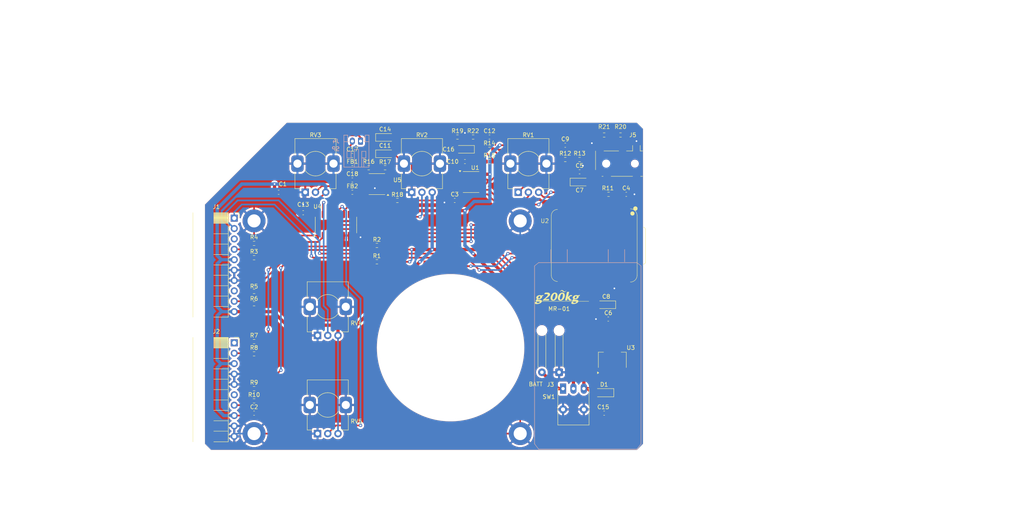
<source format=kicad_pcb>
(kicad_pcb (version 20240108) (generator "pcbnew") (generator_version "8.0")
  (layers (0 "F.Cu" signal) (31 "B.Cu" signal) (34 "B.Paste" user) (35 "F.Paste" user) (36 "B.SilkS" user "B.Silkscreen") (37 "F.SilkS" user "F.Silkscreen") (38 "B.Mask" user) (39 "F.Mask" user) (44 "Edge.Cuts" user))
  (net 0 "")
  (net 1 "GNDD")
  (net 2 "Net-(U1A-+)")
  (net 3 "Net-(U1A--)")
  (net 4 "Net-(D1-K)")
  (net 5 "Net-(U5-OUT+)")
  (net 6 "Net-(U5-OUT-)")
  (net 7 "Net-(U5-~{SD})")
  (net 8 "Net-(U4-A4)")
  (net 9 "Net-(U4-A5)")
  (net 10 "Net-(U4-A6)")
  (net 11 "Net-(U4-A7)")
  (net 12 "Net-(U2-A0_D0)")
  (net 13 "Net-(U5-IN+)")
  (net 14 "Net-(U5-IN-)")
  (net 15 "Net-(U4-A0)")
  (net 16 "Net-(U4-A1)")
  (net 17 "Net-(U4-A2)")
  (net 18 "Net-(U4-A3)")
  (net 22 "Net-(U2-A1_D1)")
  (net 34 "Net-(U2-SCK_D8)")
  (net 35 "Net-(U2-MOSI_D10)")
  (net 38 "Net-(C11-Pad1)")
  (net 39 "Net-(D1-A)")
  (net 40 "Net-(U2-MISO_D9)")
  (net 43 "Net-(C4-Pad1)")
  (net 45 "+5V")
  (net 46 "Net-(U1B--)")
  (net 48 "Net-(U1B-+)")
  (net 50 "Net-(J4-Pin_2)")
  (net 51 "Net-(J4-Pin_1)")
  (net 52 "Net-(C5-Pad1)")
  (net 53 "Net-(C12-Pad1)")
  (net 54 "Net-(C14-Pad2)")
  (net 55 "+3.3V")
  (net 56 "Net-(C14-Pad1)")
  (net 57 "Net-(C16-Pad2)")
  (net 58 "Net-(J3-Pin_2)")
  (net 60 "Net-(J5-PadT)")
  (net 61 "Net-(J5-PadR)")
  (net 62 "Net-(J1-Pin_2)")
  (net 63 "Net-(J1-Pin_4)")
  (net 64 "Net-(J1-Pin_1)")
  (net 65 "Net-(J1-Pin_9)")
  (net 66 "Net-(J2-Pin_2)")
  (net 67 "Net-(J2-Pin_7)")
  (footprint "Capacitor_SMD:C_0603_1608Metric" (layer "F.Cu") (at 203.05 122.4 180)
    (property "Reference" "C3")
    (property "Value" "0.1uF")
  )
  (footprint "Resistor_SMD:R_0603_1608Metric" (layer "F.Cu") (at 154.05 132.9 180)
    (property "Reference" "R4")
    (property "Value" "10K")
  )
  (footprint "Resistor_SMD:R_0603_1608Metric" (layer "F.Cu") (at 154.05 136.4 180)
    (property "Reference" "R3")
    (property "Value" "220R")
  )
  (footprint "MountingHole:MountingHole_3.2mm_M3_DIN965_Pad" (layer "F.Cu") (at 154.05 179.4)
    (property "Reference" "H2" (hide yes))
    (property "Value" "Hole")
  )
  (footprint "Resistor_SMD:R_0603_1608Metric" (layer "F.Cu") (at 154.05 147.65 180)
    (property "Reference" "R6")
    (property "Value" "10K")
  )
  (footprint "Resistor_SMD:R_0603_1608Metric" (layer "F.Cu") (at 154.05 159.9)
    (property "Reference" "R8")
    (property "Value" "10K")
  )
  (footprint "Resistor_SMD:R_0603_1608Metric" (layer "F.Cu") (at 154.05 171.4 180)
    (property "Reference" "R10")
    (property "Value" "10K" (hide yes))
  )
  (footprint "Resistor_SMD:R_0603_1608Metric" (layer "F.Cu") (at 154.05 144.65 180)
    (property "Reference" "R5")
    (property "Value" "220R")
  )
  (footprint "Resistor_SMD:R_0603_1608Metric" (layer "F.Cu") (at 154.05 156.9 180)
    (property "Reference" "R7")
    (property "Value" "220R")
  )
  (footprint "Resistor_SMD:R_0603_1608Metric" (layer "F.Cu") (at 154.05 168.4 180)
    (property "Reference" "R9")
    (property "Value" "220R")
  )
  (footprint "MountingHole:MountingHole_3.2mm_M3_DIN965_Pad" (layer "F.Cu") (at 219.05 179.4)
    (property "Reference" "H4" (hide yes))
    (property "Value" "Hole")
  )
  (footprint "Capacitor_SMD:C_0603_1608Metric" (layer "F.Cu") (at 240.55 151.4 180)
    (property "Reference" "C6")
    (property "Value" "0.1uF")
  )
  (footprint "MountingHole:MountingHole_3.2mm_M3_DIN965_Pad" (layer "F.Cu") (at 154.05 127.4)
    (property "Reference" "H1" (hide yes))
    (property "Value" "Hole")
  )
  (footprint "Resistor_SMD:R_0603_1608Metric" (layer "F.Cu") (at 233.55 112.4 180)
    (property "Reference" "R13")
    (property "Value" "4.7K")
  )
  (footprint "Inductor_SMD:L_0603_1608Metric" (layer "F.Cu") (at 178.05 120.4 180)
    (property "Reference" "FB2")
    (property "Value" "BLM18AG121SN1D")
  )
  (footprint "MyLib:Potentiometer_Alps_RK09K_Single_Vertical" (layer "F.Cu") (at 169.05 113.4 90)
    (property "Reference" "RV3")
    (property "Value" "20K")
  )
  (footprint "MyLib:Potentiometer_Alps_RK09K_Single_Vertical" (layer "F.Cu") (at 221.05 113.4 90)
    (property "Reference" "RV1")
    (property "Value" "20K")
  )
  (footprint "Capacitor_SMD:C_0603_1608Metric" (layer "F.Cu") (at 178.05 117.4 180)
    (property "Reference" "C18")
    (property "Value" "220pF")
  )
  (footprint "Capacitor_SMD:C_0603_1608Metric" (layer "F.Cu") (at 178.05 111.4)
    (property "Reference" "C17")
    (property "Value" "220pF")
  )
  (footprint "MountingHole:MountingHole_3.2mm_M3_DIN965_Pad" (layer "F.Cu") (at 219.05 127.4)
    (property "Reference" "H3" (hide yes))
    (property "Value" "Hole")
  )
  (footprint "Connector_PinSocket_2.54mm:PinSocket_1x10_P2.54mm_Horizontal" (layer "F.Cu") (at 149.21 126.73)
    (property "Reference" "J1")
    (property "Value" "Conn_01x10")
  )
  (footprint "Package_SO:SOIC-8_3.9x4.9mm_P1.27mm" (layer "F.Cu") (at 184.05 118.4 180)
    (property "Reference" "U5")
    (property "Value" "PAM8302AAD")
  )
  (footprint "Resistor_SMD:R_0603_1608Metric" (layer "F.Cu") (at 230.05 112.4 180)
    (property "Reference" "R12")
    (property "Value" "4.7K")
  )
  (footprint "Connector_Wire:SolderWire-0.25sqmm_1x02_P4.2mm_D0.65mm_OD1.7mm_Relief" (layer "F.Cu") (at 228.55 164.4 180)
    (property "Reference" "J3")
    (property "Value" "BATT")
  )
  (footprint "Capacitor_SMD:C_0603_1608Metric" (layer "F.Cu") (at 211.55 106.9 180)
    (property "Reference" "C12")
    (property "Value" "10nF")
  )
  (footprint "Resistor_SMD:R_0603_1608Metric" (layer "F.Cu") (at 211.55 109.9)
    (property "Reference" "R14")
    (property "Value" "6.8K")
  )
  (footprint "Connector_PinSocket_2.54mm:PinSocket_1x10_P2.54mm_Horizontal" (layer "F.Cu") (at 149.21 157.21)
    (property "Reference" "J2")
    (property "Value" "Conn_01x10")
  )
  (footprint "MyLib:Sw_Rocker_4MS1R202M6QES" (layer "F.Cu") (at 232.05 168.4)
    (property "Reference" "SW1")
    (property "Value" "SW_SPDT_G")
  )
  (footprint "Capacitor_SMD:C_0603_1608Metric" (layer "F.Cu") (at 160.05 120.4)
    (property "Reference" "C1")
    (property "Value" "0.1uF")
  )
  (footprint "Capacitor_Tantalum_SMD:CP_EIA-3216-18_Kemet-A" (layer "F.Cu") (at 186.05 110.995)
    (property "Reference" "C11")
    (property "Value" "10uF")
  )
  (footprint "Capacitor_SMD:C_0603_1608Metric" (layer "F.Cu") (at 239.55 174.4 180)
    (property "Reference" "C15")
    (property "Value" "0.1uF")
  )
  (footprint "Capacitor_Tantalum_SMD:CP_EIA-3216-18_Kemet-A" (layer "F.Cu") (at 240.05 147.9 180)
    (property "Reference" "C8")
    (property "Value" "10uF")
  )
  (footprint "Resistor_SMD:R_0603_1608Metric" (layer "F.Cu") (at 240.625 120.9 180)
    (property "Reference" "R11")
    (property "Value" "20k")
  )
  (footprint "Inductor_SMD:L_0603_1608Metric" (layer "F.Cu") (at 178.05 114.4 180)
    (property "Reference" "FB1")
    (property "Value" "BLM18AG121SN1D")
  )
  (footprint "Resistor_SMD:R_0603_1608Metric" (layer "F.Cu") (at 243.55 106.4 180)
    (property "Reference" "R20")
    (property "Value" "220R")
  )
  (footprint "Capacitor_SMD:C_0603_1608Metric" (layer "F.Cu") (at 154.05 174.4)
    (property "Reference" "C2")
    (property "Value" "0.1uF")
  )
  (footprint "Resistor_SMD:R_0603_1608Metric" (layer "F.Cu") (at 184.05 133.4)
    (property "Reference" "R2")
    (property "Value" "2.2K")
  )
  (footprint "MyLib:Potentiometer_Alps_RK09K_Single_Vertical" (layer "F.Cu") (at 172.05 172.4 90)
    (property "Reference" "RV5")
    (property "Value" "20K")
  )
  (footprint "Capacitor_SMD:C_0603_1608Metric" (layer "F.Cu") (at 233.55 115.4)
    (property "Reference" "C5")
    (property "Value" "0.1uF")
  )
  (footprint "MyLib:g200kgLogo" (layer "F.Cu") (at 229.05 145.9)
    (property "Reference" "LG1" (hide yes))
    (property "Value" "LOGO" (hide yes))
  )
  (footprint "Capacitor_SMD:C_0603_1608Metric" (layer "F.Cu") (at 230.05 108.9)
    (property "Reference" "C9")
    (property "Value" "0.1uF")
  )
  (footprint "Resistor_SMD:R_0603_1608Metric" (layer "F.Cu") (at 211.55 112.9)
    (property "Reference" "R15")
    (property "Value" "4.7K")
  )
  (footprint "MyLib:XIAO-RA4M1-SMD" (layer "F.Cu") (at 237.05 133.4 -90)
    (property "Reference" "U2")
    (property "Value" "XIAO RA4M1")
  )
  (footprint "Package_SO:SO-16_3.9x9.9mm_P1.27mm" (layer "F.Cu") (at 174.05 128.4 90)
    (property "Reference" "U4")
    (property "Value" "CD74HC4051M96")
  )
  (footprint "Package_TO_SOT_SMD:SOT-223-3_TabPin2" (layer "F.Cu") (at 241.55 161.4 90)
    (property "Reference" "U3")
    (property "Value" "AMS1117-5.0")
  )
  (footprint "MyLib:Jack_3.5mm_XKB_PJ342B-TX" (layer "F.Cu") (at 249.45 113.4 -90)
    (property "Reference" "J5")
    (property "Value" "XKB_PJ-342B")
  )
  (footprint "Package_SO:SOIC-8_3.9x4.9mm_P1.27mm" (layer "F.Cu") (at 207.05 117.9)
    (property "Reference" "U1")
    (property "Value" "LM358DR2G")
  )
  (footprint "Resistor_SMD:R_0603_1608Metric" (layer "F.Cu") (at 203.725 106.9 180)
    (property "Reference" "R19")
    (property "Value" "47K")
  )
  (footprint "Capacitor_SMD:C_0603_1608Metric" (layer "F.Cu") (at 244.95 120.9)
    (property "Reference" "C4")
    (property "Value" "2.2nF")
  )
  (footprint "Resistor_SMD:R_0603_1608Metric" (layer "F.Cu") (at 184.05 137.4)
    (property "Reference" "R1")
    (property "Value" "2.2K")
  )
  (footprint "MyLib:Potentiometer_Alps_RK09K_Single_Vertical" (layer "F.Cu") (at 195.05 113.4 90)
    (property "Reference" "RV2")
    (property "Value" "20K")
  )
  (footprint "Capacitor_SMD:C_0603_1608Metric" (layer "F.Cu") (at 166.05 125.4 180)
    (property "Reference" "C13")
    (property "Value" "0.1uF")
  )
  (footprint "Capacitor_Tantalum_SMD:CP_EIA-3216-18_Kemet-A" (layer "F.Cu") (at 233.55 117.9)
    (property "Reference" "C7")
    (property "Value" "10uF")
  )
  (footprint "Diode_SMD:D_SOD-123" (layer "F.Cu") (at 239.55 169.4 180)
    (property "Reference" "D1")
    (property "Value" "B5819W")
  )
  (footprint "Capacitor_Tantalum_SMD:CP_EIA-3216-18_Kemet-A" (layer "F.Cu") (at 205.55 109.9 180)
    (property "Reference" "C16")
    (property "Value" "10uF")
  )
  (footprint "Resistor_SMD:R_0603_1608Metric" (layer "F.Cu") (at 239.55 106.4 180)
    (property "Reference" "R21")
    (property "Value" "220R")
  )
  (footprint "Resistor_SMD:R_0603_1608Metric" (layer "F.Cu") (at 207.55 106.9)
    (property "Reference" "R22")
    (property "Value" "47K")
  )
  (footprint "Resistor_SMD:R_0603_1608Metric" (layer "F.Cu") (at 186.05 114.4 180)
    (property "Reference" "R17")
    (property "Value" "10K")
  )
  (footprint "Resistor_SMD:R_0603_1608Metric" (layer "F.Cu") (at 189.05 122.4)
    (property "Reference" "R18")
    (property "Value" "10K")
  )
  (footprint "Capacitor_SMD:C_0603_1608Metric" (layer "F.Cu") (at 205.55 112.9)
    (property "Reference" "C10")
    (property "Value" "2.2nF")
  )
  (footprint "Capacitor_Tantalum_SMD:CP_EIA-3216-18_Kemet-A" (layer "F.Cu") (at 186.05 106.995)
    (property "Reference" "C14")
    (property "Value" "10uF")
  )
  (footprint "Resistor_SMD:R_0603_1608Metric" (layer "F.Cu") (at 182.05 114.4 180)
    (property "Reference" "R16")
    (property "Value" "10K")
  )
  (footprint "MyLib:Potentiometer_Alps_RK09K_Single_Vertical" (layer "F.Cu") (at 172.05 148.4 90)
    (property "Reference" "RV4")
    (property "Value" "20K")
  )
  (footprint "MyLib:006P" (layer "B.Cu") (at 235.55 160.4 -90)
    (property "Reference" "M1" (hide yes))
    (property "Value" "ModuleNC" (hide yes))
  )
  (footprint "Connector_JST:JST_PH_S2B-PH-K_1x02_P2.00mm_Horizontal" (layer "B.Cu") (at 180.05 107.9 180)
    (property "Reference" "J4")
    (property "Value" "Speaker")
  )
  (gr_line (start 178.05 183.4) (end 143.55 183.4) (stroke (width 0.05)) (layer "Edge.Cuts"))
  (gr_line (start 162.05 103.4) (end 247.55 103.4) (stroke (width 0.05)) (layer "Edge.Cuts"))
  (gr_line (start 249.05 104.9) (end 249.05 181.9) (stroke (width 0.05)) (layer "Edge.Cuts"))
  (gr_line (start 247.55 183.4) (end 249.05 181.9) (stroke (width 0.05)) (layer "Edge.Cuts"))
  (gr_line (start 142.05 181.9) (end 143.55 183.4) (stroke (width 0.05)) (layer "Edge.Cuts"))
  (gr_circle (center 202.05 158.4) (end 220.05 158.4) (stroke (width 0.05)) (fill none) (layer "Edge.Cuts"))
  (gr_line (start 142.05 181.9) (end 142.05 123.4) (stroke (width 0.05)) (layer "Edge.Cuts"))
  (gr_line (start 178.05 183.4) (end 228.05 183.4) (stroke (width 0.05)) (layer "Edge.Cuts"))
  (gr_line (start 142.05 123.4) (end 162.05 103.4) (stroke (width 0.05)) (layer "Edge.Cuts"))
  (gr_line (start 228.05 183.4) (end 247.55 183.4) (stroke (width 0.05)) (layer "Edge.Cuts"))
  (gr_line (start 247.55 103.4) (end 249.05 104.9) (stroke (width 0.05)) (layer "Edge.Cuts"))
  (gr_text "SP" (at 175.05 110.4 -0) (layer "B.SilkS") (effects (font (size 1 1)) (justify left bottom mirror)))
  (gr_text "MR-01" (at 228.55 148.9 0) (layer "F.SilkS") (effects (font (size 1 1))))
  (gr_text "BATT" (at 221.05 167.9 -0) (layer "F.SilkS") (effects (font (size 1 1)) (justify left bottom)))
  (segment (start 177.05 133.4) (end 176.05 133.4) (width 0.4) (layer "F.Cu") (net 1))
  (segment (start 247.45 109.9) (end 247.45 107.9) (width 0.4) (layer "F.Cu") (net 1))
  (segment (start 202.275 123.675) (end 202.05 123.9) (width 0.4) (layer "F.Cu") (net 1))
  (segment (start 238.7 147.9) (end 238.7 151.05) (width 0.8) (layer "F.Cu") (net 1))
  (segment (start 177.225 130.975) (end 177.225 133.225) (width 0.4) (layer "F.Cu") (net 1))
  (segment (start 177.4 133.4) (end 177.225 133.225) (width 0.4) (layer "F.Cu") (net 1))
  (segment (start 234.9 115.975) (end 234.325 115.4) (width 0.4) (layer "F.Cu") (net 1))
  (segment (start 173.55 117.4) (end 173.45 117.3) (width 0.4) (layer "F.Cu") (net 1))
  (segment (start 167.55 179.4) (end 169.55 179.4) (width 0.4) (layer "F.Cu") (net 1))
  (segment (start 166.825 120.675) (end 166.55 120.4) (width 0.4) (layer "F.Cu") (net 1))
  (segment (start 173.45 117.3) (end 173.45 113.4) (width 0.4) (layer "F.Cu") (net 1))
  (segment (start 154.875 147.65) (end 155.8 147.65) (width 0.4) (layer "F.Cu") (net 1))
  (segment (start 222.05 162.4) (end 222.05 173.48) (width 0.4) (layer "F.Cu") (net 1))
  (segment (start 234.325 115.4) (end 234.325 115.625) (width 0.4) (layer "F.Cu") (net 1))
  (segment (start 234.375 109.075) (end 234.55 108.9) (width 0.4) (layer "F.Cu") (net 1))
  (segment (start 177.275 117.4125) (end 177.2625 117.4) (width 0.4) (layer "F.Cu") (net 1))
  (segment (start 205.55 106.9) (end 206.725 106.9) (width 0.4) (layer "F.Cu") (net 1))
  (segment (start 228.55 162.4) (end 222.05 162.4) (width 0.4) (layer "F.Cu") (net 1))
  (segment (start 239.05 151.4) (end 237.55 151.4) (width 0.8) (layer "F.Cu") (net 1))
  (segment (start 242.13 143.82) (end 242.13 141.565) (width 0.8) (layer "F.Cu") (net 1))
  (segment (start 222.05 173.48) (end 219.47 173.48) (width 0.4) (layer "F.Cu") (net 1))
  (segment (start 199.955 119.805) (end 201.05 119.805) (width 0.4) (layer "F.Cu") (net 1))
  (segment (start 182.05 172.4) (end 176.45 172.4) (width 0.4) (layer "F.Cu") (net 1))
  (segment (start 164.55 120.4) (end 164.65 120.3) (width 0.4) (layer "F.Cu") (net 1))
  (segment (start 199.45 113.4) (end 199.45 119.3) (width 0.4) (layer "F.Cu") (net 1))
  (segment (start 164.55 120.4) (end 166.55 120.4) (width 0.4) (layer "F.Cu") (net 1))
  (segment (start 205.55 106.9) (end 205.55 105.9) (width 0.4) (layer "F.Cu") (net 1))
  (segment (start 175.955 130.975) (end 175.955 133.305) (width 0.4) (layer "F.Cu") (net 1))
  (segment (start 238.7 147.9) (end 238.7 147.25) (width 0.8) (layer "F.Cu") (net 1))
  (segment (start 238.775 174.4) (end 237.05 174.4) (width 0.4) (layer "F.Cu") (net 1))
  (segment (start 178.05 133.4) (end 177.4 133.4) (width 0.4) (layer "F.Cu") (net 1))
  (segment (start 154.875 164.005) (end 154.05 164.83) (width 0.4) (layer "F.Cu") (net 1))
  (segment (start 179.625 130.975) (end 180.05 131.4) (width 0.4) (layer "F.Cu") (net 1))
  (segment (start 178.495 130.975) (end 178.495 132.955) (width 0.4) (layer "F.Cu") (net 1))
  (segment (start 238.7 147.25) (end 242.05 143.9) (width 0.8) (layer "F.Cu") (net 1))
  (segment (start 237.05 174.4) (end 237.05 173.4) (width 0.4) (layer "F.Cu") (net 1))
  (segment (start 167.65 179.3) (end 167.55 179.4) (width 0.4) (layer "F.Cu") (net 1))
  (segment (start 202.55 113.4) (end 199.45 113.4) (width 0.4) (layer "F.Cu") (net 1))
  (segment (start 239.05 162.4) (end 239.25 162.6) (width 0.4) (layer "F.Cu") (net 1))
  (segment (start 192.55 120.4) (end 192.55 113.4) (width 0.4) (layer "F.Cu") (net 1))
  (segment (start 154.875 131.725) (end 154.05 130.9) (width 0.4) (layer "F.Cu") (net 1))
  (segment (start 163.05 120.4) (end 164.55 120.4) (width 0.4) (layer "F.Cu") (net 1))
  (segment (start 202.275 122.4) (end 202.275 123.675) (width 0.4) (layer "F.Cu") (net 1))
  (segment (start 175.955 133.305) (end 176.05 133.4) (width 0.4) (layer "F.Cu") (net 1))
  (segment (start 154.05 127.4) (end 154.05 122.4) (width 0.4) (layer "F.Cu") (net 1))
  (segment (start 177.275 117.4) (end 173.55 117.4) (width 0.4) (layer "F.Cu") (net 1))
  (segment (start 234.9 117.9) (end 234.9 115.975) (width 0.4) (layer "F.Cu") (net 1))
  (segment (start 164.65 113.4) (end 173.45 113.4) (width 0.4) (layer "F.Cu") (net 1))
  (segment (start 154.05 130.9) (end 154.05 127.4) (width 0.4) (layer "F.Cu") (net 1))
  (segment (start 202.05 123.9) (end 200.55 123.9) (width 0.4) (layer "F.Cu") (net 1))
  (segment (start 156.55 148.4) (end 167.65 148.4) (width 0.4) (layer "F.Cu") (net 1))
  (segment (start 234.375 115.35) (end 234.325 115.4) (width 0.4) (layer "F.Cu") (net 1))
  (segment (start 239.775 151.4) (end 239.05 151.4) (width 0.8) (layer "F.Cu") (net 1))
  (segment (start 216.65 113.4) (end 225.45 113.4) (width 0.4) (layer "F.Cu") (net 1))
  (segment (start 167.65 172.4) (end 167.65 179.3) (width 0.4) (layer "F.Cu") (net 1))
  (segment (start 154.875 171.4) (end 154.875 172.4) (width 0.4) (layer "F.Cu") (net 1))
  (segment (start 201.05 119.805) (end 204.575 119.805) (width 0.4) (layer "F.Cu") (net 1))
  (segment (start 238.7 151.05) (end 239.05 151.4) (width 0.8) (layer "F.Cu") (net 1))
  (segment (start 219.05 173.9) (end 219.05 179.4) (width 0.4) (layer "F.Cu") (net 1))
  (segment (start 188.245 110.995) (end 190.65 113.4) (width 0.4) (layer "F.Cu") (net 1))
  (segment (start 248.6 111.05) (end 248.6 119.25) (width 0.4) (layer "F.Cu") (net 1))
  (segment (start 204.775 112.9) (end 203.05 112.9) (width 0.4) (layer "F.Cu") (net 1))
  (segment (start 155.8 147.65) (end 156.55 148.4) (width 0.4) (layer "F.Cu") (net 1))
  (segment (start 234.59 173.48) (end 236.97 173.48) (width 0.4) (layer "F.Cu") (net 1))
  (segment (start 154.875 174.35) (end 154.825 174.4) (width 0.4) (layer "F.Cu") (net 1))
  (segment (start 237.05 173.4) (end 236.97 173.48) (width 0.4) (layer "F.Cu") (net 1))
  (segment (start 154.875 159.9) (end 154.875 164.005) (width 0.4) (layer "F.Cu") (net 1))
  (segment (start 192.55 113.4) (end 190.65 113.4) (width 0.4) (layer "F.Cu") (net 1))
  (segment (start 228.55 162.4) (end 239.05 162.4) (width 0.4) (layer "F.Cu") (net 1))
  (segment (start 183.185 119.035) (end 181.575 119.035) (width 0.8) (layer "F.Cu") (net 1))
  (segment (start 154.05 179.4) (end 167.55 179.4) (width 0.4) (layer "F.Cu") (net 1))
  (segment (start 167.65 172.4) (end 176.45 172.4) (width 0.4) (layer "F.Cu") (net 1))
  (segment (start 154.05 122.4) (end 163.05 122.4) (width 0.4) (layer "F.Cu") (net 1))
  (segment (start 242.05 143.9) (end 242.13 143.82) (width 0.8) (layer "F.Cu") (net 1))
  (segment (start 228.55 164.4) (end 228.55 162.4) (width 0.4) (layer "F.Cu") (net 1))
  (segment (start 160.825 120.4) (end 163.05 120.4) (width 0.4) (layer "F.Cu") (net 1))
  (segment (start 177.225 133.225) (end 177.05 133.4) (width 0.4) (layer "F.Cu") (net 1))
  (segment (start 246.95 120.9) (end 245.725 120.9) (width 0.4) (layer "F.Cu") (net 1))
  (segment (start 178.495 132.955) (end 178.05 133.4) (width 0.4) (layer "F.Cu") (net 1))
  (segment (start 199.45 113.4) (end 192.55 113.4) (width 0.4) (layer "F.Cu") (net 1))
  (segment (start 199.45 119.3) (end 199.955 119.805) (width 0.4) (layer "F.Cu") (net 1))
  (segment (start 219.05 179.4) (end 182.05 179.4) (width 0.4) (layer "F.Cu") (net 1))
  (segment (start 165.275 124.175) (end 166.05 123.4) (width 0.4) (layer "F.Cu") (net 1))
  (segment (start 154.875 172.4) (end 154.875 174.35) (width 0.4) (layer "F.Cu") (net 1))
  (segment (start 204.55 106.9) (end 205.55 106.9) (width 0.4) (layer "F.Cu") (net 1))
  (segment (start 248.6 119.25) (end 246.95 120.9) (width 0.4) (layer "F.Cu") (net 1))
  (segment (start 187.4 110.995) (end 188.245 110.995) (width 0.4) (layer "F.Cu") (net 1))
  (segment (start 229.51 173.48) (end 234.59 173.48) (width 0.4) (layer "F.Cu") (net 1))
  (segment (start 149.21 164.83) (end 154.05 164.83) (width 0.4) (layer "F.Cu") (net 1))
  (segment (start 219.47 173.48) (end 219.05 173.9) (width 0.4) (layer "F.Cu") (net 1))
  (segment (start 182.05 179.4) (end 182.05 172.4) (width 0.4) (layer "F.Cu") (net 1))
  (segment (start 178.495 130.975) (end 179.625 130.975) (width 0.4) (layer "F.Cu") (net 1))
  (segment (start 234.375 112.4) (end 234.375 109.075) (width 0.4) (layer "F.Cu") (net 1))
  (segment (start 164.65 113.4) (end 164.65 120.3) (width 0.4) (layer "F.Cu") (net 1))
  (segment (start 234.55 108.9) (end 236.05 108.9) (width 0.4) (layer "F.Cu") (net 1))
  (segment (start 183.55 119.4) (end 183.185 119.035) (width 0.8) (layer "F.Cu") (net 1))
  (segment (start 234.375 113.9) (end 234.375 115.35) (width 0.4) (layer "F.Cu") (net 1))
  (segment (start 167.65 148.4) (end 176.45 148.4) (width 0.4) (layer "F.Cu") (net 1))
  (segment (start 229.51 173.48) (end 222.05 173.48) (width 0.4) (layer "F.Cu") (net 1))
  (segment (start 203.05 112.9) (end 202.55 113.4) (width 0.4) (layer "F.Cu") (net 1))
  (segment (start 163.05 122.4) (end 163.05 120.4) (width 0.4) (layer "F.Cu") (net 1))
  (segment (start 165.275 125.4) (end 165.275 124.175) (width 0.4) (layer "F.Cu") (net 1))
  (segment (start 154.875 132.9) (end 154.875 131.725) (width 0.4) (layer "F.Cu") (net 1))
  (segment (start 239.25 162.6) (end 239.25 164.55) (width 0.4) (layer "F.Cu") (net 1))
  (segment (start 234.375 112.4) (end 234.375 113.9) (width 0.4) (layer "F.Cu") (net 1))
  (segment (start 247.45 109.9) (end 248.6 111.05) (width 0.4) (layer "F.Cu") (net 1))
  (segment (start 200.55 123.9) (end 200.55 122.9) (width 0.4) (layer "F.Cu") (net 1))
  (segment (start 154.825 171.45) (end 154.875 171.4) (width 0.4) (layer "F.Cu") (net 1))
  (segment (start 236.05 108.9) (end 236.55 108.4) (width 0.4) (layer "F.Cu") (net 1))
  (segment (start 234.55 108.9) (end 230.825 108.9) (width 0.4) (layer "F.Cu") (net 1))
  (via (at 180.05 131.4) (size 0.8) (drill 0.4) (layers "F.Cu" "B.Cu") (net 1))
  (via (at 247.45 107.9) (size 0.8) (drill 0.4) (layers "F.Cu" "B.Cu") (net 1))
  (via (at 242.05 143.9) (size 0.8) (drill 0.4) (layers "F.Cu" "B.Cu") (net 1))
  (via (at 200.55 122.9) (size 0.8) (drill 0.4) (layers "F.Cu" "B.Cu") (net 1))
  (via (at 183.55 119.4) (size 0.8) (drill 0.4) (layers "F.Cu" "B.Cu") (net 1))
  (via (at 166.05 123.4) (size 0.8) (drill 0.4) (layers "F.Cu" "B.Cu") (net 1))
  (via (at 205.55 105.9) (size 0.8) (drill 0.4) (layers "F.Cu" "B.Cu") (net 1))
  (via (at 236.55 108.4) (size 0.8) (drill 0.4) (layers "F.Cu" "B.Cu") (net 1))
  (via (at 237.55 151.4) (size 0.8) (drill 0.4) (layers "F.Cu" "B.Cu") (net 1))
  (via (at 234.375 113.9) (size 0.8) (drill 0.4) (layers "F.Cu" "B.Cu") (net 1))
  (via (at 246.95 120.9) (size 0.8) (drill 0.4) (layers "F.Cu" "B.Cu") (net 1))
  (segment (start 166.05 123.4) (end 166.05 120.9) (width 0.4) (layer "B.Cu") (net 1))
  (segment (start 149.21 177.53) (end 149.21 180.07) (width 0.4) (layer "B.Cu") (net 1))
  (segment (start 167.55 151.9) (end 167.55 151.4) (width 0.4) (layer "B.Cu") (net 1))
  (segment (start 242.05 143.9) (end 237.55 143.9) (width 0.4) (layer "B.Cu") (net 1))
  (segment (start 152.02 139.43) (end 152.05 139.4) (width 0.4) (layer "B.Cu") (net 1))
  (segment (start 205.05 113.4) (end 199.45 113.4) (width 0.4) (layer "B.Cu") (net 1))
  (segment (start 183.05 131.4) (end 180.05 131.4) (width 0.4) (layer "B.Cu") (net 1))
  (segment (start 166.05 120.9) (end 166.55 120.4) (width 0.4) (layer "B.Cu") (net 1))
  (segment (start 216.65 125) (end 216.65 113.4) (width 0.4) (layer "B.Cu") (net 1))
  (segment (start 242.05 143.9) (end 242.05 133.4) (width 0.4) (layer "B.Cu") (net 1))
  (segment (start 183.05 121.4) (end 183.05 131.4) (width 0.4) (layer "B.Cu") (net 1))
  (segment (start 242.05 133.4) (end 242.05 120.9) (width 0.4) (layer "B.Cu") (net 1))
  (segment (start 151.05 142.4) (end 150.62 141.97) (width 0.4) (layer "B.Cu") (net 1))
  (segment (start 149.21 164.83) (end 149.21 167.37) (width 0.4) (layer "B.Cu") (net 1))
  (segment (start 152.05 167.4) (end 152.02 167.37) (width 0.4) (layer "B.Cu") (net 1))
  (segment (start 152.05 167.4) (end 152.05 142.4) (width 0.4) (layer "B.Cu") (net 1))
  (segment (start 169.55 153.9) (end 167.55 151.9) (width 0.4) (layer "B.Cu") (net 1))
  (segment (start 205.55 105.9) (end 205.55 112.9) (width 0.4) (layer "B.Cu") (net 1))
  (segment (start 236.95 107.9) (end 236.45 108.4) (width 0.4) (layer "B.Cu") (net 1))
  (segment (start 247.45 107.9) (end 236.95 107.9) (width 0.4) (layer "B.Cu") (net 1))
  (segment (start 200.55 122.9) (end 200.55 122.4) (width 0.4) (layer "B.Cu") (net 1))
  (segment (start 219.05 127.4) (end 216.65 125) (width 0.4) (layer "B.Cu") (net 1))
  (segment (start 149.21 139.43) (end 152.02 139.43) (width 0.4) (layer "B.Cu") (net 1))
  (segment (start 237.55 143.9) (end 237.55 151.4) (width 0.4) (layer "B.Cu") (net 1))
  (segment (start 183.55 119.4) (end 183.55 120.9) (width 0.4) (layer "B.Cu") (net 1))
  (segment (start 149.88 179.4) (end 149.21 180.07) (width 0.4) (layer "B.Cu") (net 1))
  (segment (start 199.45 121.3) (end 199.45 113.4) (width 0.4) (layer "B.Cu") (net 1))
  (segment (start 237.55 151.4) (end 233.05 151.4) (width 0.4) (layer "B.Cu") (net 1))
  (segment (start 150.62 141.97) (end 149.21 141.97) (width 0.4) (layer "B.Cu") (net 1))
  (segment (start 152.02 167.37) (end 149.21 167.37) (width 0.4) (layer "B.Cu") (net 1))
  (segment (start 242.05 120.9) (end 246.95 120.9) (width 0.4) (layer "B.Cu") (net 1))
  (segment (start 152.05 142.4) (end 151.05 142.4) (width 0.4) (layer "B.Cu") (net 1))
  (segment (start 200.55 122.4) (end 199.45 121.3) (width 0.4) (layer "B.Cu") (net 1))
  (segment (start 154.05 179.4) (end 149.88 179.4) (width 0.4) (layer "B.Cu") (net 1))
  (segment (start 169.55 155.4) (end 169.55 153.9) (width 0.4) (layer "B.Cu") (net 1))
  (segment (start 219.05 133.4) (end 242.05 133.4) (width 0.4) (layer "B.Cu") (net 1))
  (segment (start 219.05 127.4) (end 219.05 133.4) (width 0.4) (layer "B.Cu") (net 1))
  (segment (start 205.55 112.9) (end 205.05 113.4) (width 0.4) (layer "B.Cu") (net 1))
  (segment (start 152.05 139.4) (end 152.05 142.4) (width 0.4) (layer "B.Cu") (net 1))
  (segment (start 167.65 151.3) (end 167.65 148.4) (width 0.4) (layer "B.Cu") (net 1))
  (segment (start 167.55 151.4) (end 167.65 151.3) (width 0.4) (layer "B.Cu") (net 1))
  (segment (start 183.55 120.9) (end 183.05 121.4) (width 0.4) (layer "B.Cu") (net 1))
  (segment (start 203.185 118.535) (end 202.05 117.4) (width 0.4) (layer "F.Cu") (net 2))
  (segment (start 207.55 117.4) (end 206.415 118.535) (width 0.4) (layer "F.Cu") (net 2))
  (segment (start 205.55 114.4) (end 203.05 114.4) (width 0.4) (layer "F.Cu") (net 2))
  (segment (start 210.725 112.9) (end 210.05 112.9) (width 0.4) (layer "F.Cu") (net 2))
  (segment (start 202.05 117.4) (end 202.05 115.4) (width 0.4) (layer "F.Cu") (net 2))
  (segment (start 206.325 113.625) (end 205.55 114.4) (width 0.4) (layer "F.Cu") (net 2))
  (segment (start 207.55 115.4) (end 207.55 117.4) (width 0.4) (layer "F.Cu") (net 2))
  (segment (start 210.05 112.9) (end 207.55 115.4) (width 0.4) (layer "F.Cu") (net 2))
  (segment (start 204.575 118.535) (end 203.185 118.535) (width 0.4) (layer "F.Cu") (net 2))
  (segment (start 206.415 118.535) (end 204.575 118.535) (width 0.4) (layer "F.Cu") (net 2))
  (segment (start 203.05 114.4) (end 202.05 115.4) (width 0.4) (layer "F.Cu") (net 2))
  (segment (start 206.325 112.9) (end 206.325 113.625) (width 0.4) (layer "F.Cu") (net 2))
  (segment (start 207.9 110.9) (end 206.9 109.9) (width 0.4) (layer "F.Cu") (net 3))
  (segment (start 210.775 106.9) (end 209.275 108.4) (width 0.4) (layer "F.Cu") (net 3))
  (segment (start 203.05 116.9) (end 203.05 116.4) (width 0.4) (layer "F.Cu") (net 3))
  (segment (start 206.55 114.9) (end 206.55 115.4) (width 0.4) (layer "F.Cu") (net 3))
  (segment (start 207.9 113.55) (end 206.55 114.9) (width 0.4) (layer "F.Cu") (net 3))
  (segment (start 208.4 108.4) (end 206.9 109.9) (width 0.4) (layer "F.Cu") (net 3))
  (segment (start 205.955 115.995) (end 204.575 115.995) (width 0.4) (layer "F.Cu") (net 3))
  (segment (start 204.575 117.265) (end 203.415 117.265) (width 0.4) (layer "F.Cu") (net 3))
  (segment (start 203.415 117.265) (end 203.05 116.9) (width 0.4) (layer "F.Cu") (net 3))
  (segment (start 206.55 115.4) (end 205.955 115.995) (width 0.4) (layer "F.Cu") (net 3))
  (segment (start 207.9 113.55) (end 207.9 110.9) (width 0.4) (layer "F.Cu") (net 3))
  (segment (start 204.575 115.995) (end 203.455 115.995) (width 0.4) (layer "F.Cu") (net 3))
  (segment (start 203.455 115.995) (end 203.05 116.4) (width 0.4) (layer "F.Cu") (net 3))
  (segment (start 209.275 108.4) (end 208.4 108.4) (width 0.4) (layer "F.Cu") (net 3))
  (segment (start 243.85 164.55) (end 243.85 168.1) (width 0.8) (layer "F.Cu") (net 4))
  (segment (start 243.85 168.1) (end 242.55 169.4) (width 0.8) (layer "F.Cu") (net 4))
  (segment (start 241.2 169.4) (end 241.2 173.525) (width 0.8) (layer "F.Cu") (net 4))
  (segment (start 242.55 169.4) (end 241.2 169.4) (width 0.8) (layer "F.Cu") (net 4))
  (segment (start 241.2 173.525) (end 240.325 174.4) (width 0.8) (layer "F.Cu") (net 4))
  (segment (start 179.9325 116.495) (end 178.8375 115.4) (width 0.4) (layer "F.Cu") (net 5))
  (segment (start 178.8375 114.4) (end 178.8375 115.4) (width 0.4) (layer "F.Cu") (net 5))
  (segment (start 181.575 116.495) (end 179.9325 116.495) (width 0.4) (layer "F.Cu") (net 5))
  (segment (start 178.8375 120.4) (end 181.48 120.4) (width 0.4) (layer "F.Cu") (net 6))
  (segment (start 181.48 120.4) (end 181.575 120.305) (width 0.4) (layer "F.Cu") (net 6))
  (segment (start 179.145 120.305) (end 179.05 120.4) (width 0.4) (layer "F.Cu") (net 6))
  (segment (start 189.875 121.725) (end 188.455 120.305) (width 0.4) (layer "F.Cu") (net 7))
  (segment (start 211.05 120.9) (end 213.55 123.4) (width 0.4) (layer "F.Cu") (net 7))
  (segment (start 213.55 123.4) (end 223.55 123.4) (width 0.4) (layer "F.Cu") (net 7))
  (segment (start 189.875 122.4) (end 199.05 122.4) (width 0.4) (layer "F.Cu") (net 7))
  (segment (start 189.875 122.4) (end 189.875 121.725) (width 0.4) (layer "F.Cu") (net 7))
  (segment (start 236.701166 120.4) (end 238.201166 118.9) (width 0.4) (layer "F.Cu") (net 7))
  (segment (start 238.201166 118.9) (end 245.45 118.9) (width 0.4) (layer "F.Cu") (net 7))
  (segment (start 245.45 118.9) (end 247.45 116.9) (width 0.4) (layer "F.Cu") (net 7))
  (segment (start 199.05 122.4) (end 200.55 120.9) (width 0.4) (layer "F.Cu") (net 7))
  (segment (start 226.55 120.4) (end 236.701166 120.4) (width 0.4) (layer "F.Cu") (net 7))
  (segment (start 188.455 120.305) (end 186.525 120.305) (width 0.4) (layer "F.Cu") (net 7))
  (segment (start 200.55 120.9) (end 211.05 120.9) (width 0.4) (layer "F.Cu") (net 7))
  (via (at 223.55 123.4) (size 0.8) (drill 0.4) (layers "F.Cu" "B.Cu") (net 7))
  (via (at 226.55 120.4) (size 0.8) (drill 0.4) (layers "F.Cu" "B.Cu") (net 7))
  (segment (start 226.55 120.4) (end 223.55 123.4) (width 0.4) (layer "B.Cu") (net 7))
  (segment (start 154.875 136.4) (end 159.125 136.4) (width 0.4) (layer "F.Cu") (net 8))
  (segment (start 164.55 130.975) (end 169.605 130.975) (width 0.4) (layer "F.Cu") (net 8))
  (segment (start 159.125 136.4) (end 164.55 130.975) (width 0.4) (layer "F.Cu") (net 8))
  (segment (start 173.8 133.65) (end 174.685 132.765) (width 0.4) (layer "F.Cu") (net 9))
  (segment (start 174.685 132.765) (end 174.685 130.975) (width 0.4) (layer "F.Cu") (net 9))
  (segment (start 164.648528 133.65) (end 173.8 133.65) (width 0.4) (layer "F.Cu") (net 9))
  (segment (start 154.875 144.65) (end 154.875 143.423528) (width 0.4) (layer "F.Cu") (net 9))
  (segment (start 174.685 130.975) (end 174.685 130.100001) (width 0.4) (layer "F.Cu") (net 9))
  (segment (start 154.875 143.423528) (end 164.648528 133.65) (width 0.4) (layer "F.Cu") (net 9))
  (segment (start 169.693487 132.543487) (end 170.875 131.361974) (width 0.4) (layer "F.Cu") (net 10))
  (segment (start 157.55 154.9) (end 157.55 153.9) (width 0.4) (layer "F.Cu") (net 10))
  (segment (start 155.55 156.9) (end 157.55 154.9) (width 0.4) (layer "F.Cu") (net 10))
  (segment (start 164.406513 132.543487) (end 169.693487 132.543487) (width 0.4) (layer "F.Cu") (net 10))
  (segment (start 170.875 131.361974) (end 170.875 130.975) (width 0.4) (layer "F.Cu") (net 10))
  (segment (start 154.875 156.9) (end 155.55 156.9) (width 0.4) (layer "F.Cu") (net 10))
  (segment (start 157.55 139.4) (end 164.406513 132.543487) (width 0.4) (layer "F.Cu") (net 10))
  (via (at 157.55 153.9) (size 0.8) (drill 0.4) (layers "F.Cu" "B.Cu") (net 10))
  (via (at 157.55 139.4) (size 0.8) (drill 0.4) (layers "F.Cu" "B.Cu") (net 10))
  (segment (start 157.55 153.9) (end 157.55 139.4) (width 0.4) (layer "B.Cu") (net 10))
  (segment (start 180.05 129.4) (end 174.536473 129.4) (width 0.4) (layer "F.Cu") (net 11))
  (segment (start 160.55 163.9) (end 160.61 163.9) (width 0.4) (layer "F.Cu") (net 11))
  (segment (start 181.05 130.4) (end 180.05 129.4) (width 0.4) (layer "F.Cu") (net 11))
  (segment (start 156.05 168.4) (end 160.55 163.9) (width 0.4) (layer "F.Cu") (net 11))
  (segment (start 178.95 134.5) (end 181.05 132.4) (width 0.4) (layer "F.Cu") (net 11))
  (segment (start 173.415 130.521473) (end 173.415 130.975) (width 0.4) (layer "F.Cu") (net 11))
  (segment (start 160.55 138.9) (end 164.95 134.5) (width 0.4) (layer "F.Cu") (net 11))
  (segment (start 181.05 132.4) (end 181.05 130.4) (width 0.4) (layer "F.Cu") (net 11))
  (segment (start 154.875 168.4) (end 156.05 168.4) (width 0.4) (layer "F.Cu") (net 11))
  (segment (start 174.536473 129.4) (end 173.415 130.521473) (width 0.4) (layer "F.Cu") (net 11))
  (segment (start 164.95 134.5) (end 178.95 134.5) (width 0.4) (layer "F.Cu") (net 11))
  (via (at 160.61 163.9) (size 0.8) (drill 0.4) (layers "F.Cu" "B.Cu") (net 11))
  (via (at 160.55 138.9) (size 0.8) (drill 0.4) (layers "F.Cu" "B.Cu") (net 11))
  (segment (start 160.61 163.9) (end 160.61 138.96) (width 0.4) (layer "B.Cu") (net 11))
  (segment (start 160.61 138.96) (end 160.55 138.9) (width 0.4) (layer "B.Cu") (net 11))
  (segment (start 244.67 124.12) (end 241.45 120.9) (width 0.4) (layer "F.Cu") (net 12))
  (segment (start 244.67 125.4) (end 244.67 124.12) (width 0.4) (layer "F.Cu") (net 12))
  (segment (start 185.765 117.765) (end 186.525 117.765) (width 0.4) (layer "F.Cu") (net 13))
  (segment (start 182.875 114.875) (end 185.765 117.765) (width 0.4) (layer "F.Cu") (net 13))
  (segment (start 182.875 114.4) (end 182.875 114.875) (width 0.4) (layer "F.Cu") (net 13))
  (segment (start 186.525 116.495) (end 187.455 116.495) (width 0.4) (layer "F.Cu") (net 14))
  (segment (start 188.05 115.9) (end 188.05 114.9) (width 0.4) (layer "F.Cu") (net 14))
  (segment (start 187.455 116.495) (end 188.05 115.9) (width 0.4) (layer "F.Cu") (net 14))
  (segment (start 187.55 114.4) (end 188.05 114.9) (width 0.4) (layer "F.Cu") (net 14))
  (segment (start 186.875 114.4) (end 187.55 114.4) (width 0.4) (layer "F.Cu") (net 14))
  (segment (start 183.55 122.4) (end 175.05 122.4) (width 0.4) (layer "F.Cu") (net 15))
  (segment (start 194.55 126.4) (end 187.55 126.4) (width 0.4) (layer "F.Cu") (net 15))
  (segment (start 173.415 124.035) (end 173.415 125.825) (width 0.4) (layer "F.Cu") (net 15))
  (segment (start 183.55 122.4) (end 187.55 126.4) (width 0.4) (layer "F.Cu") (net 15))
  (segment (start 175.05 122.4) (end 173.415 124.035) (width 0.4) (layer "F.Cu") (net 15))
  (via (at 194.55 126.4) (size 0.8) (drill 0.4) (layers "F.Cu" "B.Cu") (net 15))
  (segment (start 195.05 120.4) (end 195.05 125.9) (width 0.4) (layer "B.Cu") (net 15))
  (segment (start 195.05 125.9) (end 194.55 126.4) (width 0.4) (layer "B.Cu") (net 15))
  (segment (start 172.145 123.305) (end 172.145 125.825) (width 0.4) (layer "F.Cu") (net 16))
  (segment (start 169.05 120.4) (end 170.55 118.9) (width 0.4) (layer "F.Cu") (net 16))
  (segment (start 170.55 118.9) (end 172.55 118.9) (width 0.4) (layer "F.Cu") (net 16))
  (segment (start 172.55 118.9) (end 174.05 120.4) (width 0.4) (layer "F.Cu") (net 16))
  (segment (start 174.05 120.4) (end 174.05 121.4) (width 0.4) (layer "F.Cu") (net 16))
  (segment (start 174.05 121.4) (end 172.145 123.305) (width 0.4) (layer "F.Cu") (net 16))
  (segment (start 170.875 123.075) (end 171.05 122.9) (width 0.4) (layer "F.Cu") (net 17))
  (segment (start 170.875 125.825) (end 170.875 123.075) (width 0.4) (layer "F.Cu") (net 17))
  (via (at 171.05 122.9) (size 0.8) (drill 0.4) (layers "F.Cu" "B.Cu") (net 17))
  (segment (start 171.05 122.9) (end 171.05 148.173654) (width 0.4) (layer "B.Cu") (net 17))
  (segment (start 172.05 149.173654) (end 172.05 155.4) (width 0.4) (layer "B.Cu") (net 17))
  (segment (start 171.05 148.173654) (end 172.05 149.173654) (width 0.4) (layer "B.Cu") (net 17))
  (segment (start 174.685 124.765) (end 175.55 123.9) (width 0.4) (layer "F.Cu") (net 18))
  (segment (start 174.685 125.825) (end 174.685 124.765) (width 0.4) (layer "F.Cu") (net 18))
  (segment (start 174.05 177.4) (end 180.05 177.4) (width 0.4) (layer "F.Cu") (net 18))
  (segment (start 172.05 179.4) (end 174.05 177.4) (width 0.4) (layer "F.Cu") (net 18))
  (via (at 180.05 177.4) (size 0.8) (drill 0.4) (layers "F.Cu" "B.Cu") (net 18))
  (via (at 175.55 123.9) (size 0.8) (drill 0.4) (layers "F.Cu" "B.Cu") (net 18))
  (segment (start 176.55 142.9) (end 176.55 124.9) (width 0.4) (layer "B.Cu") (net 18))
  (segment (start 176.55 124.9) (end 175.55 123.9) (width 0.4) (layer "B.Cu") (net 18))
  (segment (start 180.05 146.4) (end 176.55 142.9) (width 0.4) (layer "B.Cu") (net 18))
  (segment (start 180.05 177.4) (end 180.05 146.4) (width 0.4) (layer "B.Cu") (net 18))
  (segment (start 185.05 128.4) (end 173.845001 128.4) (width 0.4) (layer "F.Cu") (net 22))
  (segment (start 227.05 122.4) (end 241.05 122.4) (width 0.4) (layer "F.Cu") (net 22))
  (segment (start 207.05 128.4) (end 209.05 128.4) (width 0.4) (layer "F.Cu") (net 22))
  (segment (start 241.05 122.4) (end 242.13 123.48) (width 0.4) (layer "F.Cu") (net 22))
  (segment (start 189.05 132.4) (end 185.05 128.4) (width 0.4) (layer "F.Cu") (net 22))
  (segment (start 173.845001 128.4) (end 172.145 130.100001) (width 0.4) (layer "F.Cu") (net 22))
  (segment (start 225.3 131.65) (end 225.3 124.15) (width 0.4) (layer "F.Cu") (net 22))
  (segment (start 207.05 132.4) (end 189.05 132.4) (width 0.4) (layer "F.Cu") (net 22))
  (segment (start 215.05 134.4) (end 222.55 134.4) (width 0.4) (layer "F.Cu") (net 22))
  (segment (start 209.05 128.4) (end 215.05 134.4) (width 0.4) (layer "F.Cu") (net 22))
  (segment (start 222.55 134.4) (end 225.3 131.65) (width 0.4) (layer "F.Cu") (net 22))
  (segment (start 172.145 130.100001) (end 172.145 130.975) (width 0.4) (layer "F.Cu") (net 22))
  (segment (start 225.3 124.15) (end 227.05 122.4) (width 0.4) (layer "F.Cu") (net 22))
  (segment (start 242.13 123.48) (end 242.13 125.4) (width 0.4) (layer "F.Cu") (net 22))
  (via (at 207.05 128.4) (size 0.8) (drill 0.4) (layers "F.Cu" "B.Cu") (net 22))
  (via (at 207.05 132.4) (size 0.8) (drill 0.4) (layers "F.Cu" "B.Cu") (net 22))
  (segment (start 207.05 128.4) (end 207.05 132.4) (width 0.4) (layer "B.Cu") (net 22))
  (segment (start 189.15 129.5) (end 183.05 123.4) (width 0.4) (layer "F.Cu") (net 34))
  (segment (start 231.97 142.98) (end 231.05 143.9) (width 0.4) (layer "F.Cu") (net 34))
  (segment (start 222.95 143.9) (end 208.55 129.5) (width 0.4) (layer "F.Cu") (net 34))
  (segment (start 231.05 143.9) (end 222.95 143.9) (width 0.4) (layer "F.Cu") (net 34))
  (segment (start 208.55 129.5) (end 189.15 129.5) (width 0.4) (layer "F.Cu") (net 34))
  (segment (start 231.97 141.565) (end 231.97 142.98) (width 0.4) (layer "F.Cu") (net 34))
  (segment (start 232.05 141.645) (end 232.13 141.565) (width 0.4) (layer "F.Cu") (net 34))
  (segment (start 183.05 123.4) (end 177.505001 123.4) (width 0.4) (layer "F.Cu") (net 34))
  (segment (start 177.505001 123.4) (end 175.955 124.950001) (width 0.4) (layer "F.Cu") (net 34))
  (segment (start 175.955 124.950001) (end 175.955 125.825) (width 0.4) (layer "F.Cu") (net 34))
  (segment (start 237.05 142.4) (end 233.55 145.9) (width 0.4) (layer "F.Cu") (net 35))
  (segment (start 222.05 145.9) (end 207.55 131.4) (width 0.4) (layer "F.Cu") (net 35))
  (segment (start 189.05 131.4) (end 183.475 125.825) (width 0.4) (layer "F.Cu") (net 35))
  (segment (start 237.05 141.565) (end 237.05 142.4) (width 0.4) (layer "F.Cu") (net 35))
  (segment (start 207.55 131.4) (end 189.05 131.4) (width 0.4) (layer "F.Cu") (net 35))
  (segment (start 183.475 125.825) (end 178.495 125.825) (width 0.4) (layer "F.Cu") (net 35))
  (segment (start 233.55 145.9) (end 222.05 145.9) (width 0.4) (layer "F.Cu") (net 35))
  (segment (start 184.7 110.995) (end 184.7 113.875) (width 0.4) (layer "F.Cu") (net 38))
  (segment (start 184.7 113.875) (end 185.225 114.4) (width 0.4) (layer "F.Cu") (net 38))
  (segment (start 232.05 165.9) (end 232.55 165.4) (width 0.8) (layer "F.Cu") (net 39))
  (segment (start 236.55 169.4) (end 237.9 169.4) (width 0.8) (layer "F.Cu") (net 39))
  (segment (start 232.55 165.4) (end 234.05 165.4) (width 0.8) (layer "F.Cu") (net 39))
  (segment (start 234.05 165.4) (end 234.59 165.94) (width 0.8) (layer "F.Cu") (net 39))
  (segment (start 234.59 168.4) (end 235.55 168.4) (width 0.8) (layer "F.Cu") (net 39))
  (segment (start 235.55 168.4) (end 236.55 169.4) (width 0.8) (layer "F.Cu") (net 39))
  (segment (start 232.05 168.4) (end 232.05 165.9) (width 0.8) (layer "F.Cu") (net 39))
  (segment (start 234.59 165.94) (end 234.59 168.4) (width 0.8) (layer "F.Cu") (net 39))
  (segment (start 189.05 130.4) (end 183.05 124.4) (width 0.4) (layer "F.Cu") (net 40))
  (segment (start 177.225 125.225) (end 177.225 125.825) (width 0.4) (layer "F.Cu") (net 40))
  (segment (start 183.05 124.4) (end 178.05 124.4) (width 0.4) (layer "F.Cu") (net 40))
  (segment (start 234.51 141.565) (end 234.51 142.94) (width 0.4) (layer "F.Cu") (net 40))
  (segment (start 178.05 124.4) (end 177.225 125.225) (width 0.4) (layer "F.Cu") (net 40))
  (segment (start 232.55 144.9) (end 222.55 144.9) (width 0.4) (layer "F.Cu") (net 40))
  (segment (start 234.51 142.94) (end 232.55 144.9) (width 0.4) (layer "F.Cu") (net 40))
  (segment (start 222.55 144.9) (end 208.05 130.4) (width 0.4) (layer "F.Cu") (net 40))
  (segment (start 208.05 130.4) (end 189.05 130.4) (width 0.4) (layer "F.Cu") (net 40))
  (segment (start 240.8 119.9) (end 239.8 120.9) (width 0.4) (layer "F.Cu") (net 43))
  (segment (start 224.725 121.575) (end 239.125 121.575) (width 0.4) (layer "F.Cu") (net 43))
  (segment (start 242.95 119.9) (end 240.8 119.9) (width 0.4) (layer "F.Cu") (net 43))
  (segment (start 223.55 120.4) (end 224.725 121.575) (width 0.4) (layer "F.Cu") (net 43))
  (segment (start 243.95 120.9) (end 242.95 119.9) (width 0.4) (layer "F.Cu") (net 43))
  (segment (start 244.175 120.9) (end 243.95 120.9) (width 0.4) (layer "F.Cu") (net 43))
  (segment (start 239.125 121.575) (end 239.8 120.9) (width 0.4) (layer "F.Cu") (net 43))
  (segment (start 241.325 151.4) (end 244.55 151.4) (width 0.8) (layer "F.Cu") (net 45))
  (segment (start 204.1 124.9) (end 205.55 124.9) (width 0.8) (layer "F.Cu") (net 45))
  (segment (start 229.55 148.4) (end 220.55 148.4) (width 0.8) (layer "F.Cu") (net 45))
  (segment (start 209.525 115.995) (end 211.645 115.995) (width 0.8) (layer "F.Cu") (net 45))
  (segment (start 241.4 147.9) (end 244.55 147.9) (width 0.8) (layer "F.Cu") (net 45))
  (segment (start 229.275 108.9) (end 214.05 108.9) (width 0.4) (layer "F.Cu") (net 45))
  (segment (start 203.825 124.625) (end 203.825 122.4) (width 0.8) (layer "F.Cu") (net 45))
  (segment (start 244.55 151.4) (end 244.55 153.9) (width 0.8) (layer "F.Cu") (net 45))
  (segment (start 229.275 112.35) (end 229.225 112.4) (width 0.4) (layer "F.Cu") (net 45))
  (segment (start 184.55 121.4) (end 184.55 118.4) (width 0.8) (layer "F.Cu") (net 45))
  (segment (start 229.275 108.9) (end 229.275 112.35) (width 0.4) (layer "F.Cu") (net 45))
  (segment (start 189.55 124.9) (end 203.55 124.9) (width 0.8) (layer "F.Cu") (net 45))
  (segment (start 220.55 148.4) (end 207.55 135.4) (width 0.8) (layer "F.Cu") (net 45))
  (segment (start 188.225 122.4) (end 185.55 122.4) (width 0.8) (layer "F.Cu") (net 45))
  (segment (start 244.67 143.28) (end 244.55 143.4) (width 0.8) (layer "F.Cu") (net 45))
  (segment (start 188.225 123.575) (end 189.55 124.9) (width 0.8) (layer "F.Cu") (net 45))
  (segment (start 203.825 124.625) (end 204.1 124.9) (width 0.8) (layer "F.Cu") (net 45))
  (segment (start 241.55 158.25) (end 239.4 158.25) (width 0.8) (layer "F.Cu") (net 45))
  (segment (start 241.55 156.9) (end 244.55 153.9) (width 0.8) (layer "F.Cu") (net 45))
  (segment (start 203.55 124.9) (end 203.825 124.625) (width 0.8) (layer "F.Cu") (net 45))
  (segment (start 183.915 117.765) (end 181.575 117.765) (width 0.8) (layer "F.Cu") (net 45))
  (segment (start 244.55 143.4) (end 244.55 147.9) (width 0.8) (layer "F.Cu") (net 45))
  (segment (start 184.55 118.4) (end 183.915 117.765) (width 0.8) (layer "F.Cu") (net 45))
  (segment (start 244.67 141.565) (end 244.67 143.28) (width 0.8) (layer "F.Cu") (net 45))
  (segment (start 188.225 122.4) (end 188.225 123.575) (width 0.8) (layer "F.Cu") (net 45))
  (segment (start 241.55 158.25) (end 241.55 156.9) (width 0.8) (layer "F.Cu") (net 45))
  (segment (start 185.55 122.4) (end 184.55 121.4) (width 0.8) (layer "F.Cu") (net 45))
  (segment (start 241.55 164.55) (end 241.55 158.25) (width 0.8) (layer "F.Cu") (net 45))
  (segment (start 244.55 147.9) (end 244.55 151.4) (width 0.8) (layer "F.Cu") (net 45))
  (segment (start 241.325 147.975) (end 241.4 147.9) (width 0.8) (layer "F.Cu") (net 45))
  (segment (start 239.4 158.25) (end 229.55 148.4) (width 0.8) (layer "F.Cu") (net 45))
  (via (at 205.55 124.9) (size 0.8) (drill 0.4) (layers "F.Cu" "B.Cu") (net 45))
  (via (at 207.55 135.4) (size 0.8) (drill 0.4) (layers "F.Cu" "B.Cu") (net 45))
  (via (at 214.05 108.9) (size 0.8) (drill 0.4) (layers "F.Cu" "B.Cu") (net 45))
  (via (at 211.645 115.995) (size 0.8) (drill 0.4) (layers "F.Cu" "B.Cu") (net 45))
  (segment (start 211.645 111.305) (end 214.05 108.9) (width 0.8) (layer "B.Cu") (net 45))
  (segment (start 211.645 115.995) (end 211.645 122.555) (width 0.8) (layer "B.Cu") (net 45))
  (segment (start 205.55 124.9) (end 207.8 122.65) (width 0.8) (layer "B.Cu") (net 45))
  (segment (start 205.55 133.4) (end 205.55 124.9) (width 0.8) (layer "B.Cu") (net 45))
  (segment (start 211.645 115.995) (end 211.645 111.305) (width 0.8) (layer "B.Cu") (net 45))
  (segment (start 211.645 122.555) (end 211.55 122.65) (width 0.8) (layer "B.Cu") (net 45))
  (segment (start 207.8 122.65) (end 211.55 122.65) (width 0.8) (layer "B.Cu") (net 45))
  (segment (start 207.55 135.4) (end 205.55 133.4) (width 0.8) (layer "B.Cu") (net 45))
  (segment (start 209.525 118.535) (end 210.185 118.535) (width 0.4) (layer "F.Cu") (net 46))
  (segment (start 209.525 117.265) (end 210.915 117.265) (width 0.4) (layer "F.Cu") (net 46))
  (segment (start 211.05 117.984999) (end 211.05 117.4) (width 0.4) (layer "F.Cu") (net 46))
  (segment (start 210.499999 118.535) (end 209.525 118.535) (width 0.4) (layer "F.Cu") (net 46))
  (segment (start 210.915 117.265) (end 211.05 117.4) (width 0.4) (layer "F.Cu") (net 46))
  (segment (start 213.55 115.9) (end 213.55 111.075) (width 0.4) (layer "F.Cu") (net 46))
  (segment (start 210.499999 118.535) (end 211.05 117.984999) (width 0.4) (layer "F.Cu") (net 46))
  (segment (start 212.05 117.4) (end 213.55 115.9) (width 0.4) (layer "F.Cu") (net 46))
  (segment (start 213.55 111.075) (end 212.375 109.9) (width 0.4) (layer "F.Cu") (net 46))
  (segment (start 211.05 117.4) (end 212.05 117.4) (width 0.4) (layer "F.Cu") (net 46))
  (segment (start 214.05 122.4) (end 211.455 119.805) (width 0.4) (layer "F.Cu") (net 48))
  (segment (start 220.05 122.4) (end 214.05 122.4) (width 0.4) (layer "F.Cu") (net 48))
  (segment (start 221.05 120.4) (end 221.05 121.4) (width 0.4) (layer "F.Cu") (net 48))
  (segment (start 211.455 119.805) (end 209.525 119.805) (width 0.4) (layer "F.Cu") (net 48))
  (segment (start 221.05 121.4) (end 220.05 122.4) (width 0.4) (layer "F.Cu") (net 48))
  (segment (start 177.275 109.27) (end 178.05 108.495) (width 0.4) (layer "F.Cu") (net 50))
  (segment (start 177.2625 114.4) (end 177.2625 111.4125) (width 0.4) (layer "F.Cu") (net 50))
  (segment (start 177.2625 111.4125) (end 177.275 111.4) (width 0.4) (layer "F.Cu") (net 50))
  (segment (start 177.275 111.4) (end 177.275 109.27) (width 0.4) (layer "F.Cu") (net 50))
  (segment (start 179.55 106.495) (end 180.05 106.995) (width 0.4) (layer "F.Cu") (net 51))
  (segment (start 178.825 117.4) (end 178.825 118.8375) (width 0.4) (layer "F.Cu") (net 51))
  (segment (start 178.825 117.4) (end 176.05 114.625) (width 0.4) (layer "F.Cu") (net 51))
  (segment (start 176.05 114.625) (end 176.05 106.995) (width 0.4) (layer "F.Cu") (net 51))
  (segment (start 180.05 106.995) (end 180.05 108.495) (width 0.4) (layer "F.Cu") (net 51))
  (segment (start 176.55 106.495) (end 179.55 106.495) (width 0.4) (layer "F.Cu") (net 51))
  (segment (start 176.05 106.995) (end 176.55 106.495) (width 0.4) (layer "F.Cu") (net 51))
  (segment (start 178.825 118.8375) (end 177.2625 120.4) (width 0.4) (layer "F.Cu") (net 51))
  (segment (start 232.2 117.9) (end 232.2 115.975) (width 0.4) (layer "F.Cu") (net 52))
  (segment (start 232.775 115.4) (end 232.775 112.45) (width 0.4) (layer "F.Cu") (net 52))
  (segment (start 221.05 117.9) (end 232.2 117.9) (width 0.4) (layer "F.Cu") (net 52))
  (segment (start 218.55 120.4) (end 221.05 117.9) (width 0.4) (layer "F.Cu") (net 52))
  (segment (start 232.775 112.45) (end 232.725 112.4) (width 0.4) (layer "F.Cu") (net 52))
  (segment (start 230.875 112.4) (end 232.725 112.4) (width 0.4) (layer "F.Cu") (net 52))
  (segment (start 232.775 115.4) (end 232.55 115.4) (width 0.4) (layer "F.Cu") (net 52))
  (segment (start 232.2 115.975) (end 232.775 115.4) (width 0.4) (layer "F.Cu") (net 52))
  (segment (start 210.725 110.75) (end 212.375 112.4) (width 0.4) (layer "F.Cu") (net 53))
  (segment (start 212.325 107.625) (end 212.325 106.9) (width 0.4) (layer "F.Cu") (net 53))
  (segment (start 210.725 109.225) (end 212.325 107.625) (width 0.4) (layer "F.Cu") (net 53))
  (segment (start 210.725 109.9) (end 210.725 110.75) (width 0.4) (layer "F.Cu") (net 53))
  (segment (start 212.375 112.4) (end 212.375 112.9) (width 0.4) (layer "F.Cu") (net 53))
  (segment (start 210.725 109.9) (end 210.725 109.225) (width 0.4) (layer "F.Cu") (net 53))
  (segment (start 205.05 111.4) (end 205.55 110.9) (width 0.4) (layer "F.Cu") (net 54))
  (segment (start 202.05 111.4) (end 205.05 111.4) (width 0.4) (layer "F.Cu") (net 54))
  (segment (start 224.677035 106.027035) (end 224.675 106.025) (width 0.4) (layer "F.Cu") (net 54))
  (segment (start 198.05 107.4) (end 202.05 111.4) (width 0.4) (layer "F.Cu") (net 54))
  (segment (start 238.05 116.6) (end 237.4 115.95) (width 0.4) (layer "F.Cu") (net 54))
  (segment (start 237.4 115.95) (end 237.4 108.00407) (width 0.4) (layer "F.Cu") (net 54))
  (segment (start 224.675 106.025) (end 210.05 106.025) (width 0.4) (layer "F.Cu") (net 54))
  (segment (start 205.55 108.9) (end 206.675 107.775) (width 0.4) (layer "F.Cu") (net 54))
  (segment (start 237.4 108.00407) (end 235.422965 106.027035) (width 0.4) (layer "F.Cu") (net 54))
  (segment (start 208.375 106.9) (end 209.175 106.9) (width 0.4) (layer "F.Cu") (net 54))
  (segment (start 207.5 107.775) (end 208.375 106.9) (width 0.4) (layer "F.Cu") (net 54))
  (segment (start 187.4 107.4) (end 198.05 107.4) (width 0.4) (layer "F.Cu") (net 54))
  (segment (start 209.175 106.9) (end 210.05 106.025) (width 0.4) (layer "F.Cu") (net 54))
  (segment (start 206.675 107.775) (end 207.5 107.775) (width 0.4) (layer "F.Cu") (net 54))
  (segment (start 205.55 110.9) (end 205.55 108.9) (width 0.4) (layer "F.Cu") (net 54))
  (segment (start 235.422965 106.027035) (end 224.677035 106.027035) (width 0.4) (layer "F.Cu") (net 54))
  (segment (start 197.55 134.4) (end 192.55 134.4) (width 0.8) (layer "F.Cu") (net 55))
  (segment (start 159.05 120.175) (end 159.275 120.4) (width 0.8) (layer "F.Cu") (net 55))
  (segment (start 171.55 120.4) (end 169.605 122.345) (width 0.4) (layer "F.Cu") (net 55))
  (segment (start 169.18 125.4) (end 169.605 125.825) (width 0.4) (layer "F.Cu") (net 55))
  (segment (start 221.55 146.9) (end 209.05 134.4) (width 0.8) (layer "F.Cu") (net 55))
  (segment (start 159.05 118.4) (end 159.05 120.175) (width 0.8) (layer "F.Cu") (net 55))
  (segment (start 149.21 174.99) (end 150.96 174.99) (width 0.4) (layer "F.Cu") (net 55))
  (segment (start 179.05 152.9) (end 194.55 137.4) (width 0.8) (layer "F.Cu") (net 55))
  (segment (start 174.55 152.9) (end 179.05 152.9) (width 0.8) (layer "F.Cu") (net 55))
  (segment (start 184.875 133.4) (end 189.05 133.4) (width 0.4) (layer "F.Cu") (net 55))
  (segment (start 169.605 122.345) (end 169.605 125.825) (width 0.4) (layer "F.Cu") (net 55))
  (segment (start 239.59 142.94) (end 235.63 146.9) (width 0.8) (layer "F.Cu") (net 55))
  (segment (start 162.05 152.9) (end 174.55 152.9) (width 0.8) (layer "F.Cu") (net 55))
  (segment (start 209.05 134.4) (end 197.55 134.4) (width 0.8) (layer "F.Cu") (net 55))
  (segment (start 149.21 149.59) (end 158.74 149.59) (width 0.8) (layer "F.Cu") (net 55))
  (segment (start 166.825 125.4) (end 169.18 125.4) (width 0.4) (layer "F.Cu") (net 55))
  (segment (start 151.55 174.4) (end 153.275 174.4) (width 0.4) (layer "F.Cu") (net 55))
  (segment (start 174.55 152.9) (end 174.55 155.4) (width 0.8) (layer "F.Cu") (net 55))
  (segment (start 192.05 137.4) (end 184.875 137.4) (width 0.4) (layer "F.Cu") (net 55))
  (segment (start 189.05 133.4) (end 190.05 134.4) (width 0.4) (layer "F.Cu") (net 55))
  (segment (start 235.63 146.9) (end 221.55 146.9) (width 0.8) (layer "F.Cu") (net 55))
  (segment (start 239.59 141.565) (end 239.59 142.94) (width 0.8) (layer "F.Cu") (net 55))
  (segment (start 150.96 174.99) (end 151.55 174.4) (width 0.4) (layer "F.Cu") (net 55))
  (segment (start 158.74 149.59) (end 162.05 152.9) (width 0.8) (layer "F.Cu") (net 55))
  (segment (start 190.05 134.4) (end 192.55 134.4) (width 0.4) (layer "F.Cu") (net 55))
  (via (at 194.55 137.4) (size 0.8) (drill 0.4) (layers "F.Cu" "B.Cu") (net 55))
  (via (at 159.05 118.4) (size 0.8) (drill 0.4) (layers "F.Cu" "B.Cu") (net 55))
  (via (at 192.05 137.4) (size 0.8) (drill 0.4) (layers "F.Cu" "B.Cu") (net 55))
  (via (at 197.55 134.4) (size 0.8) (drill 0.4) (layers "F.Cu" "B.Cu") (net 55))
  (via (at 192.55 134.4) (size 0.8) (drill 0.4) (layers "F.Cu" "B.Cu") (net 55))
  (segment (start 171.55 118.9) (end 171.05 118.4) (width 0.8) (layer "B.Cu") (net 55))
  (segment (start 197.55 120.4) (end 197.55 134.4) (width 0.8) (layer "B.Cu") (net 55))
  (segment (start 151.05 118.4) (end 159.05 118.4) (width 0.8) (layer "B.Cu") (net 55))
  (segment (start 149.51 149.59) (end 146.05 149.59) (width 0.8) (layer "B.Cu") (net 55))
  (segment (start 146.05 136.89) (end 145.05 135.89) (width 0.8) (layer "B.Cu") (net 55))
  (segment (start 171.05 118.4) (end 159.05 118.4) (width 0.8) (layer "B.Cu") (net 55))
  (segment (start 145.05 163.29) (end 146.05 162.29) (width 0.8) (layer "B.Cu") (net 55))
  (segment (start 171.55 120.4) (end 171.55 118.9) (width 0.8) (layer "B.Cu") (net 55))
  (segment (start 145.05 173.4) (end 145.05 163.29) (width 0.8) (layer "B.Cu") (net 55))
  (segment (start 146.05 149.4) (end 145.05 148.4) (width 0.8) (layer "B.Cu") (net 55))
  (segment (start 145.05 124.4) (end 151.05 118.4) (width 0.8) (layer "B.Cu") (net 55))
  (segment (start 192.55 134.4) (end 192.55 136.9) (width 0.4) (layer "B.Cu") (net 55))
  (segment (start 146.05 162.29) (end 145.94 162.29) (width 0.8) (layer "B.Cu") (net 55))
  (segment (start 149.21 174.99) (end 146.64 174.99) (width 0.8) (layer "B.Cu") (net 55))
  (segment (start 146.64 174.99) (end 145.05 173.4) (width 0.8) (layer "B.Cu") (net 55))
  (segment (start 145.05 150.59) (end 146.05 149.59) (width 0.8) (layer "B.Cu") (net 55))
  (segment (start 145.05 137.89) (end 146.05 136.89) (width 0.8) (layer "B.Cu") (net 55))
  (segment (start 149.51 162.29) (end 146.05 162.29) (width 0.8) (layer "B.Cu") (net 55))
  (segment (start 145.05 135.89) (end 145.05 124.4) (width 0.8) (layer "B.Cu") (net 55))
  (segment (start 192.55 136.9) (end 192.05 137.4) (width 0.4) (layer "B.Cu") (net 55))
  (segment (start 146.05 149.59) (end 146.05 149.4) (width 0.8) (layer "B.Cu") (net 55))
  (segment (start 145.05 161.4) (end 145.05 150.59) (width 0.8) (layer "B.Cu") (net 55))
  (segment (start 197.55 134.4) (end 194.55 137.4) (width 0.8) (layer "B.Cu") (net 55))
  (segment (start 145.05 148.4) (end 145.05 137.89) (width 0.8) (layer "B.Cu") (net 55))
  (segment (start 145.94 162.29) (end 145.05 161.4) (width 0.8) (layer "B.Cu") (net 55))
  (segment (start 149.51 136.89) (end 146.05 136.89) (width 0.8) (layer "B.Cu") (net 55))
  (segment (start 174.55 179.4) (end 174.55 155.4) (width 0.4) (layer "B.Cu") (net 55))
  (segment (start 181.225 110.47) (end 184.7 106.995) (width 0.4) (layer "F.Cu") (net 56))
  (segment (start 181.225 114.4) (end 181.225 110.47) (width 0.4) (layer "F.Cu") (net 56))
  (segment (start 202.9 106.9) (end 204.7 105.1) (width 0.4) (layer "F.Cu") (net 57))
  (segment (start 202.9 106.9) (end 202.9 109.25) (width 0.4) (layer "F.Cu") (net 57))
  (segment (start 237.425 105.1) (end 238.725 106.4) (width 0.4) (layer "F.Cu") (net 57))
  (segment (start 204.7 105.1) (end 237.425 105.1) (width 0.4) (layer "F.Cu") (net 57))
  (segment (start 239.6 105.525) (end 238.725 106.4) (width 0.4) (layer "F.Cu") (net 57))
  (segment (start 242.725 106.4) (end 241.85 105.525) (width 0.4) (layer "F.Cu") (net 57))
  (segment (start 241.85 105.525) (end 239.6 105.525) (width 0.4) (layer "F.Cu") (net 57))
  (segment (start 203.55 109.9) (end 204.2 109.9) (width 0.4) (layer "F.Cu") (net 57))
  (segment (start 202.9 109.25) (end 203.55 109.9) (width 0.4) (layer "F.Cu") (net 57))
  (segment (start 228.35 168.4) (end 229.51 168.4) (width 0.8) (layer "F.Cu") (net 58))
  (segment (start 228.35 168.4) (end 224.35 164.4) (width 0.8) (layer "F.Cu") (net 58))
  (segment (start 240.375 106.725) (end 240.375 106.4) (width 0.4) (layer "F.Cu") (net 60))
  (segment (start 240.25 116.9) (end 241.95 115.2) (width 0.4) (layer "F.Cu") (net 60))
  (segment (start 241.95 115.2) (end 241.95 107.975) (width 0.4) (layer "F.Cu") (net 60))
  (segment (start 241.95 107.975) (end 240.375 106.4) (width 0.4) (layer "F.Cu") (net 60))
  (segment (start 244.375 107.575) (end 244.05 107.9) (width 0.4) (layer "F.Cu") (net 61))
  (segment (start 244.05 107.9) (end 244.05 109.9) (width 0.4) (layer "F.Cu") (net 61))
  (segment (start 244.375 106.4) (end 244.375 107.575) (width 0.4) (layer "F.Cu") (net 61))
  (segment (start 183.225 133.4) (end 183.225 135.225) (width 0.4) (layer "F.Cu") (net 62))
  (segment (start 224.55 136.4) (end 230.8 130.15) (width 0.4) (layer "F.Cu") (net 62))
  (segment (start 205.05 135.4) (end 183.05 135.4) (width 0.4) (layer "F.Cu") (net 62))
  (segment (start 231.97 126.98) (end 231.97 125.4) (width 0.4) (layer "F.Cu") (net 62))
  (segment (start 183.05 135.4) (end 170.15 135.4) (width 0.4) (layer "F.Cu") (net 62))
  (segment (start 217.05 136.4) (end 224.55 136.4) (width 0.4) (layer "F.Cu") (net 62))
  (segment (start 230.8 130.15) (end 230.8 128.15) (width 0.4) (layer "F.Cu") (net 62))
  (segment (start 183.225 135.225) (end 183.05 135.4) (width 0.4) (layer "F.Cu") (net 62))
  (segment (start 170.15 135.4) (end 170.05 135.3) (width 0.4) (layer "F.Cu") (net 62))
  (segment (start 230.8 128.15) (end 231.97 126.98) (width 0.4) (layer "F.Cu") (net 62))
  (segment (start 209.05 139.4) (end 205.05 135.4) (width 0.4) (layer "F.Cu") (net 62))
  (via (at 209.05 139.4) (size 0.8) (drill 0.4) (layers "F.Cu" "B.Cu") (net 62))
  (via (at 217.05 136.4) (size 0.8) (drill 0.4) (layers "F.Cu" "B.Cu") (net 62))
  (via (at 170.05 135.3) (size 0.8) (drill 0.4) (layers "F.Cu" "B.Cu") (net 62))
  (segment (start 214.05 139.4) (end 217.05 136.4) (width 0.4) (layer "B.Cu") (net 62))
  (segment (start 170.05 132.4) (end 160.05 122.4) (width 0.4) (layer "B.Cu") (net 62))
  (segment (start 209.05 139.4) (end 214.05 139.4) (width 0.4) (layer "B.Cu") (net 62))
  (segment (start 147.05 127.11) (end 149.21 129.27) (width 0.4) (layer "B.Cu") (net 62))
  (segment (start 147.05 125.4) (end 147.05 127.11) (width 0.4) (layer "B.Cu") (net 62))
  (segment (start 160.05 122.4) (end 150.05 122.4) (width 0.4) (layer "B.Cu") (net 62))
  (segment (start 170.05 135.3) (end 170.05 132.4) (width 0.4) (layer "B.Cu") (net 62))
  (segment (start 150.05 122.4) (end 147.05 125.4) (width 0.4) (layer "B.Cu") (net 62))
  (segment (start 152.55 136.4) (end 153.225 136.4) (width 0.4) (layer "F.Cu") (net 63))
  (segment (start 150.5 134.35) (end 152.55 136.4) (width 0.4) (layer "F.Cu") (net 63))
  (segment (start 149.21 134.35) (end 150.5 134.35) (width 0.4) (layer "F.Cu") (net 63))
  (segment (start 153.225 132.9) (end 153.225 136.4) (width 0.4) (layer "F.Cu") (net 63))
  (segment (start 227.05 124.4) (end 228.05 123.4) (width 0.4) (layer "F.Cu") (net 64))
  (segment (start 183.225 137.4) (end 183.225 136.575) (width 0.4) (layer "F.Cu") (net 64))
  (segment (start 206.115686 138.465686) (end 204.05 136.4) (width 0.4) (layer "F.Cu") (net 64))
  (segment (start 228.05 123.4) (end 233.885 123.4) (width 0.4) (layer "F.Cu") (net 64))
  (segment (start 216.05 135.4) (end 223.55 135.4) (width 0.4) (layer "F.Cu") (net 64))
  (segment (start 234.51 124.025) (end 234.51 125.4) (width 0.4) (layer "F.Cu") (net 64))
  (segment (start 183.225 136.575) (end 183.05 136.4) (width 0.4) (layer "F.Cu") (net 64))
  (segment (start 183.05 136.4) (end 168.5 136.4) (width 0.4) (layer "F.Cu") (net 64))
  (segment (start 233.885 123.4) (end 234.51 124.025) (width 0.4) (layer "F.Cu") (net 64))
  (segment (start 168.5 136.4) (end 168.05 135.95) (width 0.4) (layer "F.Cu") (net 64))
  (segment (start 206.115686 138.465686) (end 206.984314 138.465686) (width 0.4) (layer "F.Cu") (net 64))
  (segment (start 227.05 131.9) (end 227.05 124.4) (width 0.4) (layer "F.Cu") (net 64))
  (segment (start 223.55 135.4) (end 227.05 131.9) (width 0.4) (layer "F.Cu") (net 64))
  (segment (start 204.05 136.4) (end 183.05 136.4) (width 0.4) (layer "F.Cu") (net 64))
  (via (at 216.05 135.4) (size 0.8) (drill 0.4) (layers "F.Cu" "B.Cu") (net 64))
  (via (at 206.984314 138.465686) (size 0.8) (drill 0.4) (layers "F.Cu" "B.Cu") (net 64))
  (via (at 168.05 135.95) (size 0.8) (drill 0.4) (layers "F.Cu" "B.Cu") (net 64))
  (segment (start 212.984314 138.465686) (end 216.05 135.4) (width 0.4) (layer "B.Cu") (net 64))
  (segment (start 159.05 123.4) (end 168.05 132.4) (width 0.4) (layer "B.Cu") (net 64))
  (segment (start 149.21 126.73) (end 149.21 125.24) (width 0.4) (layer "B.Cu") (net 64))
  (segment (start 151.05 123.4) (end 159.05 123.4) (width 0.4) (layer "B.Cu") (net 64))
  (segment (start 168.05 132.4) (end 168.05 135.95) (width 0.4) (layer "B.Cu") (net 64))
  (segment (start 149.21 126.73) (end 149.795 126.145) (width 0.4) (layer "B.Cu") (net 64))
  (segment (start 149.21 125.24) (end 151.05 123.4) (width 0.4) (layer "B.Cu") (net 64))
  (segment (start 206.984314 138.465686) (end 212.984314 138.465686) (width 0.4) (layer "B.Cu") (net 64))
  (segment (start 153.225 144.65) (end 153.225 147.65) (width 0.4) (layer "F.Cu") (net 65))
  (segment (start 150.7 147.05) (end 149.21 147.05) (width 0.4) (layer "F.Cu") (net 65))
  (segment (start 151.3 147.65) (end 153.225 147.65) (width 0.4) (layer "F.Cu") (net 65))
  (segment (start 151.3 147.65) (end 150.7 147.05) (width 0.4) (layer "F.Cu") (net 65))
  (segment (start 149.21 159.75) (end 151.4 159.75) (width 0.4) (layer "F.Cu") (net 66))
  (segment (start 153.225 159.9) (end 153.225 156.9) (width 0.4) (layer "F.Cu") (net 66))
  (segment (start 151.55 159.9) (end 153.225 159.9) (width 0.4) (layer "F.Cu") (net 66))
  (segment (start 151.4 159.75) (end 151.55 159.9) (width 0.4) (layer "F.Cu") (net 66))
  (segment (start 152.05 171.4) (end 153.225 171.4) (width 0.4) (layer "F.Cu") (net 67))
  (segment (start 153.225 168.4) (end 153.225 171.4) (width 0.4) (layer "F.Cu") (net 67))
  (segment (start 151 172.45) (end 152.05 171.4) (width 0.4) (layer "F.Cu") (net 67))
  (segment (start 149.21 172.45) (end 151 172.45) (width 0.4) (layer "F.Cu") (net 67))
  (zone (net 1) (net_name "GNDD") (layer "F.Cu") (connect_pads (clearance 0.508)) (min_thickness 0.254) (fill yes (thermal_gap 0.508) (thermal_bridge_width 0.508))
    (polygon (pts (xy 264.05 73.4) (xy 264.05 203.4) (xy 109.065 203.4) (xy 109.05 73.4)))
  )
  (zone (net 1) (net_name "GNDD") (layer "B.Cu") (connect_pads (clearance 0.508)) (min_thickness 0.254) (fill yes (thermal_gap 0.508) (thermal_bridge_width 0.508))
    (polygon (pts (xy 263.05 202.4) (xy 110.05 202.4) (xy 110.05 74.4) (xy 263.05 74.4)))
  )
)
</source>
